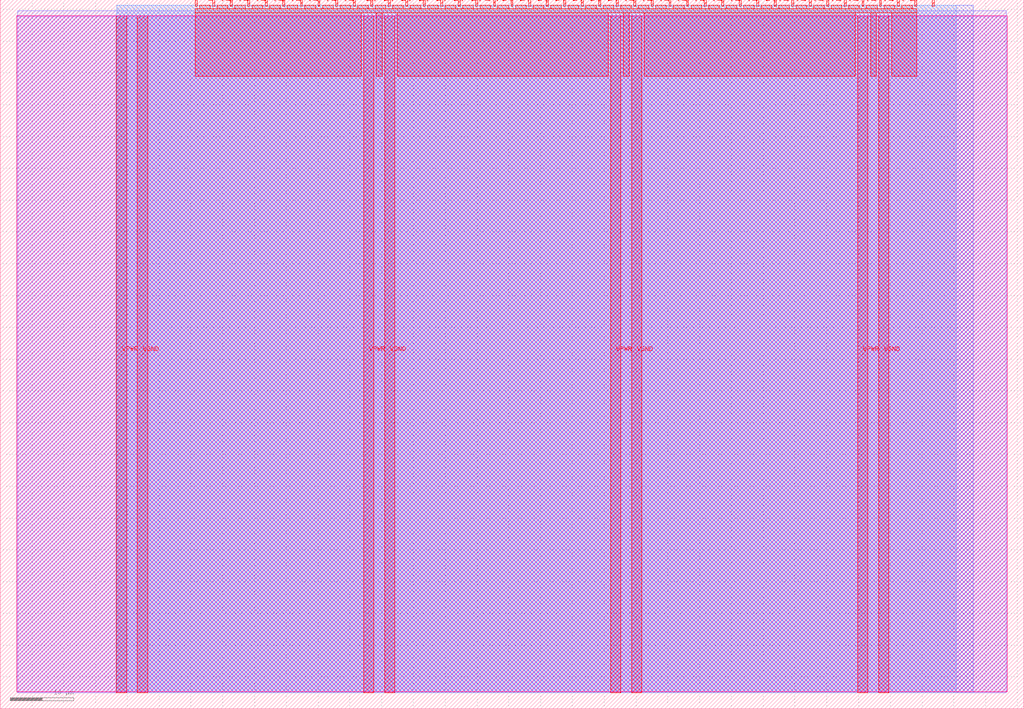
<source format=lef>
VERSION 5.7 ;
  NOWIREEXTENSIONATPIN ON ;
  DIVIDERCHAR "/" ;
  BUSBITCHARS "[]" ;
MACRO tt_um_Richard28277
  CLASS BLOCK ;
  FOREIGN tt_um_Richard28277 ;
  ORIGIN 0.000 0.000 ;
  SIZE 161.000 BY 111.520 ;
  PIN VGND
    DIRECTION INOUT ;
    USE GROUND ;
    PORT
      LAYER met4 ;
        RECT 21.580 2.480 23.180 109.040 ;
    END
    PORT
      LAYER met4 ;
        RECT 60.450 2.480 62.050 109.040 ;
    END
    PORT
      LAYER met4 ;
        RECT 99.320 2.480 100.920 109.040 ;
    END
    PORT
      LAYER met4 ;
        RECT 138.190 2.480 139.790 109.040 ;
    END
  END VGND
  PIN VPWR
    DIRECTION INOUT ;
    USE POWER ;
    PORT
      LAYER met4 ;
        RECT 18.280 2.480 19.880 109.040 ;
    END
    PORT
      LAYER met4 ;
        RECT 57.150 2.480 58.750 109.040 ;
    END
    PORT
      LAYER met4 ;
        RECT 96.020 2.480 97.620 109.040 ;
    END
    PORT
      LAYER met4 ;
        RECT 134.890 2.480 136.490 109.040 ;
    END
  END VPWR
  PIN clk
    DIRECTION INPUT ;
    USE SIGNAL ;
    ANTENNAGATEAREA 0.852000 ;
    PORT
      LAYER met4 ;
        RECT 143.830 110.520 144.130 111.520 ;
    END
  END clk
  PIN ena
    DIRECTION INPUT ;
    USE SIGNAL ;
    PORT
      LAYER met4 ;
        RECT 146.590 110.520 146.890 111.520 ;
    END
  END ena
  PIN rst_n
    DIRECTION INPUT ;
    USE SIGNAL ;
    ANTENNAGATEAREA 0.213000 ;
    PORT
      LAYER met4 ;
        RECT 141.070 110.520 141.370 111.520 ;
    END
  END rst_n
  PIN ui_in[0]
    DIRECTION INPUT ;
    USE SIGNAL ;
    ANTENNAGATEAREA 0.196500 ;
    PORT
      LAYER met4 ;
        RECT 138.310 110.520 138.610 111.520 ;
    END
  END ui_in[0]
  PIN ui_in[1]
    DIRECTION INPUT ;
    USE SIGNAL ;
    ANTENNAGATEAREA 0.196500 ;
    PORT
      LAYER met4 ;
        RECT 135.550 110.520 135.850 111.520 ;
    END
  END ui_in[1]
  PIN ui_in[2]
    DIRECTION INPUT ;
    USE SIGNAL ;
    ANTENNAGATEAREA 0.196500 ;
    PORT
      LAYER met4 ;
        RECT 132.790 110.520 133.090 111.520 ;
    END
  END ui_in[2]
  PIN ui_in[3]
    DIRECTION INPUT ;
    USE SIGNAL ;
    ANTENNAGATEAREA 0.196500 ;
    PORT
      LAYER met4 ;
        RECT 130.030 110.520 130.330 111.520 ;
    END
  END ui_in[3]
  PIN ui_in[4]
    DIRECTION INPUT ;
    USE SIGNAL ;
    ANTENNAGATEAREA 0.213000 ;
    PORT
      LAYER met4 ;
        RECT 127.270 110.520 127.570 111.520 ;
    END
  END ui_in[4]
  PIN ui_in[5]
    DIRECTION INPUT ;
    USE SIGNAL ;
    ANTENNAGATEAREA 0.213000 ;
    PORT
      LAYER met4 ;
        RECT 124.510 110.520 124.810 111.520 ;
    END
  END ui_in[5]
  PIN ui_in[6]
    DIRECTION INPUT ;
    USE SIGNAL ;
    ANTENNAGATEAREA 0.196500 ;
    PORT
      LAYER met4 ;
        RECT 121.750 110.520 122.050 111.520 ;
    END
  END ui_in[6]
  PIN ui_in[7]
    DIRECTION INPUT ;
    USE SIGNAL ;
    ANTENNAGATEAREA 0.196500 ;
    PORT
      LAYER met4 ;
        RECT 118.990 110.520 119.290 111.520 ;
    END
  END ui_in[7]
  PIN uio_in[0]
    DIRECTION INPUT ;
    USE SIGNAL ;
    ANTENNAGATEAREA 0.213000 ;
    PORT
      LAYER met4 ;
        RECT 116.230 110.520 116.530 111.520 ;
    END
  END uio_in[0]
  PIN uio_in[1]
    DIRECTION INPUT ;
    USE SIGNAL ;
    ANTENNAGATEAREA 0.126000 ;
    PORT
      LAYER met4 ;
        RECT 113.470 110.520 113.770 111.520 ;
    END
  END uio_in[1]
  PIN uio_in[2]
    DIRECTION INPUT ;
    USE SIGNAL ;
    ANTENNAGATEAREA 0.196500 ;
    PORT
      LAYER met4 ;
        RECT 110.710 110.520 111.010 111.520 ;
    END
  END uio_in[2]
  PIN uio_in[3]
    DIRECTION INPUT ;
    USE SIGNAL ;
    ANTENNAGATEAREA 0.196500 ;
    PORT
      LAYER met4 ;
        RECT 107.950 110.520 108.250 111.520 ;
    END
  END uio_in[3]
  PIN uio_in[4]
    DIRECTION INPUT ;
    USE SIGNAL ;
    PORT
      LAYER met4 ;
        RECT 105.190 110.520 105.490 111.520 ;
    END
  END uio_in[4]
  PIN uio_in[5]
    DIRECTION INPUT ;
    USE SIGNAL ;
    PORT
      LAYER met4 ;
        RECT 102.430 110.520 102.730 111.520 ;
    END
  END uio_in[5]
  PIN uio_in[6]
    DIRECTION INPUT ;
    USE SIGNAL ;
    PORT
      LAYER met4 ;
        RECT 99.670 110.520 99.970 111.520 ;
    END
  END uio_in[6]
  PIN uio_in[7]
    DIRECTION INPUT ;
    USE SIGNAL ;
    PORT
      LAYER met4 ;
        RECT 96.910 110.520 97.210 111.520 ;
    END
  END uio_in[7]
  PIN uio_oe[0]
    DIRECTION OUTPUT ;
    USE SIGNAL ;
    PORT
      LAYER met4 ;
        RECT 49.990 110.520 50.290 111.520 ;
    END
  END uio_oe[0]
  PIN uio_oe[1]
    DIRECTION OUTPUT ;
    USE SIGNAL ;
    PORT
      LAYER met4 ;
        RECT 47.230 110.520 47.530 111.520 ;
    END
  END uio_oe[1]
  PIN uio_oe[2]
    DIRECTION OUTPUT ;
    USE SIGNAL ;
    PORT
      LAYER met4 ;
        RECT 44.470 110.520 44.770 111.520 ;
    END
  END uio_oe[2]
  PIN uio_oe[3]
    DIRECTION OUTPUT ;
    USE SIGNAL ;
    PORT
      LAYER met4 ;
        RECT 41.710 110.520 42.010 111.520 ;
    END
  END uio_oe[3]
  PIN uio_oe[4]
    DIRECTION OUTPUT ;
    USE SIGNAL ;
    PORT
      LAYER met4 ;
        RECT 38.950 110.520 39.250 111.520 ;
    END
  END uio_oe[4]
  PIN uio_oe[5]
    DIRECTION OUTPUT ;
    USE SIGNAL ;
    PORT
      LAYER met4 ;
        RECT 36.190 110.520 36.490 111.520 ;
    END
  END uio_oe[5]
  PIN uio_oe[6]
    DIRECTION OUTPUT ;
    USE SIGNAL ;
    PORT
      LAYER met4 ;
        RECT 33.430 110.520 33.730 111.520 ;
    END
  END uio_oe[6]
  PIN uio_oe[7]
    DIRECTION OUTPUT ;
    USE SIGNAL ;
    PORT
      LAYER met4 ;
        RECT 30.670 110.520 30.970 111.520 ;
    END
  END uio_oe[7]
  PIN uio_out[0]
    DIRECTION OUTPUT ;
    USE SIGNAL ;
    PORT
      LAYER met4 ;
        RECT 72.070 110.520 72.370 111.520 ;
    END
  END uio_out[0]
  PIN uio_out[1]
    DIRECTION OUTPUT ;
    USE SIGNAL ;
    PORT
      LAYER met4 ;
        RECT 69.310 110.520 69.610 111.520 ;
    END
  END uio_out[1]
  PIN uio_out[2]
    DIRECTION OUTPUT ;
    USE SIGNAL ;
    PORT
      LAYER met4 ;
        RECT 66.550 110.520 66.850 111.520 ;
    END
  END uio_out[2]
  PIN uio_out[3]
    DIRECTION OUTPUT ;
    USE SIGNAL ;
    PORT
      LAYER met4 ;
        RECT 63.790 110.520 64.090 111.520 ;
    END
  END uio_out[3]
  PIN uio_out[4]
    DIRECTION OUTPUT ;
    USE SIGNAL ;
    PORT
      LAYER met4 ;
        RECT 61.030 110.520 61.330 111.520 ;
    END
  END uio_out[4]
  PIN uio_out[5]
    DIRECTION OUTPUT ;
    USE SIGNAL ;
    PORT
      LAYER met4 ;
        RECT 58.270 110.520 58.570 111.520 ;
    END
  END uio_out[5]
  PIN uio_out[6]
    DIRECTION OUTPUT ;
    USE SIGNAL ;
    ANTENNADIFFAREA 0.445500 ;
    PORT
      LAYER met4 ;
        RECT 55.510 110.520 55.810 111.520 ;
    END
  END uio_out[6]
  PIN uio_out[7]
    DIRECTION OUTPUT ;
    USE SIGNAL ;
    ANTENNADIFFAREA 0.445500 ;
    PORT
      LAYER met4 ;
        RECT 52.750 110.520 53.050 111.520 ;
    END
  END uio_out[7]
  PIN uo_out[0]
    DIRECTION OUTPUT ;
    USE SIGNAL ;
    ANTENNADIFFAREA 0.891000 ;
    PORT
      LAYER met4 ;
        RECT 94.150 110.520 94.450 111.520 ;
    END
  END uo_out[0]
  PIN uo_out[1]
    DIRECTION OUTPUT ;
    USE SIGNAL ;
    ANTENNADIFFAREA 0.891000 ;
    PORT
      LAYER met4 ;
        RECT 91.390 110.520 91.690 111.520 ;
    END
  END uo_out[1]
  PIN uo_out[2]
    DIRECTION OUTPUT ;
    USE SIGNAL ;
    ANTENNADIFFAREA 0.891000 ;
    PORT
      LAYER met4 ;
        RECT 88.630 110.520 88.930 111.520 ;
    END
  END uo_out[2]
  PIN uo_out[3]
    DIRECTION OUTPUT ;
    USE SIGNAL ;
    ANTENNADIFFAREA 0.891000 ;
    PORT
      LAYER met4 ;
        RECT 85.870 110.520 86.170 111.520 ;
    END
  END uo_out[3]
  PIN uo_out[4]
    DIRECTION OUTPUT ;
    USE SIGNAL ;
    ANTENNADIFFAREA 0.891000 ;
    PORT
      LAYER met4 ;
        RECT 83.110 110.520 83.410 111.520 ;
    END
  END uo_out[4]
  PIN uo_out[5]
    DIRECTION OUTPUT ;
    USE SIGNAL ;
    ANTENNADIFFAREA 0.891000 ;
    PORT
      LAYER met4 ;
        RECT 80.350 110.520 80.650 111.520 ;
    END
  END uo_out[5]
  PIN uo_out[6]
    DIRECTION OUTPUT ;
    USE SIGNAL ;
    ANTENNADIFFAREA 0.891000 ;
    PORT
      LAYER met4 ;
        RECT 77.590 110.520 77.890 111.520 ;
    END
  END uo_out[6]
  PIN uo_out[7]
    DIRECTION OUTPUT ;
    USE SIGNAL ;
    ANTENNADIFFAREA 0.891000 ;
    PORT
      LAYER met4 ;
        RECT 74.830 110.520 75.130 111.520 ;
    END
  END uo_out[7]
  OBS
      LAYER nwell ;
        RECT 2.570 2.635 158.430 108.990 ;
      LAYER li1 ;
        RECT 2.760 2.635 158.240 108.885 ;
      LAYER met1 ;
        RECT 2.760 2.480 158.240 109.780 ;
      LAYER met2 ;
        RECT 18.310 2.535 153.080 110.685 ;
      LAYER met3 ;
        RECT 18.290 2.555 150.355 110.665 ;
      LAYER met4 ;
        RECT 31.370 110.120 33.030 110.665 ;
        RECT 34.130 110.120 35.790 110.665 ;
        RECT 36.890 110.120 38.550 110.665 ;
        RECT 39.650 110.120 41.310 110.665 ;
        RECT 42.410 110.120 44.070 110.665 ;
        RECT 45.170 110.120 46.830 110.665 ;
        RECT 47.930 110.120 49.590 110.665 ;
        RECT 50.690 110.120 52.350 110.665 ;
        RECT 53.450 110.120 55.110 110.665 ;
        RECT 56.210 110.120 57.870 110.665 ;
        RECT 58.970 110.120 60.630 110.665 ;
        RECT 61.730 110.120 63.390 110.665 ;
        RECT 64.490 110.120 66.150 110.665 ;
        RECT 67.250 110.120 68.910 110.665 ;
        RECT 70.010 110.120 71.670 110.665 ;
        RECT 72.770 110.120 74.430 110.665 ;
        RECT 75.530 110.120 77.190 110.665 ;
        RECT 78.290 110.120 79.950 110.665 ;
        RECT 81.050 110.120 82.710 110.665 ;
        RECT 83.810 110.120 85.470 110.665 ;
        RECT 86.570 110.120 88.230 110.665 ;
        RECT 89.330 110.120 90.990 110.665 ;
        RECT 92.090 110.120 93.750 110.665 ;
        RECT 94.850 110.120 96.510 110.665 ;
        RECT 97.610 110.120 99.270 110.665 ;
        RECT 100.370 110.120 102.030 110.665 ;
        RECT 103.130 110.120 104.790 110.665 ;
        RECT 105.890 110.120 107.550 110.665 ;
        RECT 108.650 110.120 110.310 110.665 ;
        RECT 111.410 110.120 113.070 110.665 ;
        RECT 114.170 110.120 115.830 110.665 ;
        RECT 116.930 110.120 118.590 110.665 ;
        RECT 119.690 110.120 121.350 110.665 ;
        RECT 122.450 110.120 124.110 110.665 ;
        RECT 125.210 110.120 126.870 110.665 ;
        RECT 127.970 110.120 129.630 110.665 ;
        RECT 130.730 110.120 132.390 110.665 ;
        RECT 133.490 110.120 135.150 110.665 ;
        RECT 136.250 110.120 137.910 110.665 ;
        RECT 139.010 110.120 140.670 110.665 ;
        RECT 141.770 110.120 143.430 110.665 ;
        RECT 30.655 109.440 144.145 110.120 ;
        RECT 30.655 99.455 56.750 109.440 ;
        RECT 59.150 99.455 60.050 109.440 ;
        RECT 62.450 99.455 95.620 109.440 ;
        RECT 98.020 99.455 98.920 109.440 ;
        RECT 101.320 99.455 134.490 109.440 ;
        RECT 136.890 99.455 137.790 109.440 ;
        RECT 140.190 99.455 144.145 109.440 ;
  END
END tt_um_Richard28277
END LIBRARY


</source>
